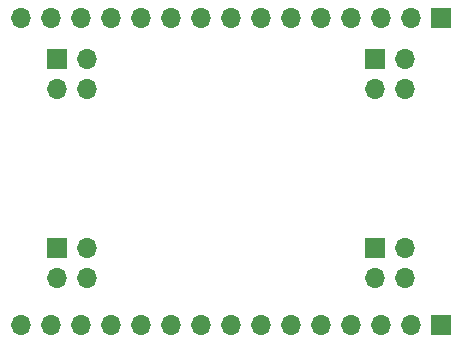
<source format=gbs>
%TF.GenerationSoftware,KiCad,Pcbnew,7.0.8-7.0.8~ubuntu22.04.1*%
%TF.CreationDate,2023-11-12T15:46:44-08:00*%
%TF.ProjectId,comm_v0p6,636f6d6d-5f76-4307-9036-2e6b69636164,rev?*%
%TF.SameCoordinates,Original*%
%TF.FileFunction,Soldermask,Bot*%
%TF.FilePolarity,Negative*%
%FSLAX46Y46*%
G04 Gerber Fmt 4.6, Leading zero omitted, Abs format (unit mm)*
G04 Created by KiCad (PCBNEW 7.0.8-7.0.8~ubuntu22.04.1) date 2023-11-12 15:46:44*
%MOMM*%
%LPD*%
G01*
G04 APERTURE LIST*
%ADD10R,1.700000X1.700000*%
%ADD11O,1.700000X1.700000*%
G04 APERTURE END LIST*
D10*
%TO.C,J4*%
X55230000Y-62230000D03*
D11*
X57770000Y-62230000D03*
X55230000Y-64770000D03*
X57770000Y-64770000D03*
%TD*%
D10*
%TO.C,J6*%
X82230000Y-62230000D03*
D11*
X84770000Y-62230000D03*
X82230000Y-64770000D03*
X84770000Y-64770000D03*
%TD*%
D10*
%TO.C,J5*%
X55230000Y-78230000D03*
D11*
X57770000Y-78230000D03*
X55230000Y-80770000D03*
X57770000Y-80770000D03*
%TD*%
D10*
%TO.C,J7*%
X82230000Y-78230000D03*
D11*
X84770000Y-78230000D03*
X82230000Y-80770000D03*
X84770000Y-80770000D03*
%TD*%
%TO.C,J1*%
X52220000Y-84700000D03*
X54760000Y-84700000D03*
X57300000Y-84700000D03*
X59840000Y-84700000D03*
X62380000Y-84700000D03*
X64920000Y-84700000D03*
X67460000Y-84700000D03*
X70000000Y-84700000D03*
X72540000Y-84700000D03*
X75080000Y-84700000D03*
X77620000Y-84700000D03*
X80160000Y-84700000D03*
X82700000Y-84700000D03*
X85240000Y-84700000D03*
D10*
X87780000Y-84700000D03*
%TD*%
%TO.C,J2*%
X87780000Y-58750000D03*
D11*
X85240000Y-58750000D03*
X82700000Y-58750000D03*
X80160000Y-58750000D03*
X77620000Y-58750000D03*
X75080000Y-58750000D03*
X72540000Y-58750000D03*
X70000000Y-58750000D03*
X67460000Y-58750000D03*
X64920000Y-58750000D03*
X62380000Y-58750000D03*
X59840000Y-58750000D03*
X57300000Y-58750000D03*
X54760000Y-58750000D03*
X52220000Y-58750000D03*
%TD*%
M02*

</source>
